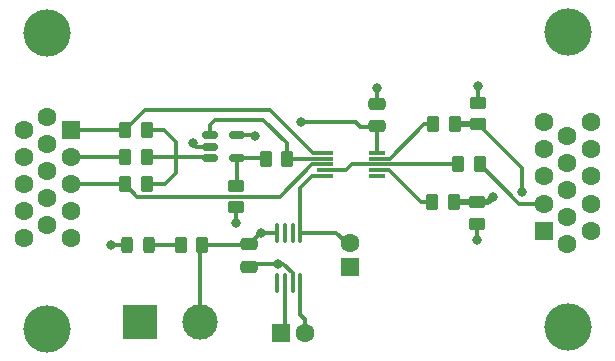
<source format=gbr>
%TF.GenerationSoftware,KiCad,Pcbnew,(6.0.4)*%
%TF.CreationDate,2022-10-01T01:36:45+02:00*%
%TF.ProjectId,RGB-YPbPr-Converter,5247422d-5950-4625-9072-2d436f6e7665,rev?*%
%TF.SameCoordinates,Original*%
%TF.FileFunction,Copper,L1,Top*%
%TF.FilePolarity,Positive*%
%FSLAX46Y46*%
G04 Gerber Fmt 4.6, Leading zero omitted, Abs format (unit mm)*
G04 Created by KiCad (PCBNEW (6.0.4)) date 2022-10-01 01:36:45*
%MOMM*%
%LPD*%
G01*
G04 APERTURE LIST*
G04 Aperture macros list*
%AMRoundRect*
0 Rectangle with rounded corners*
0 $1 Rounding radius*
0 $2 $3 $4 $5 $6 $7 $8 $9 X,Y pos of 4 corners*
0 Add a 4 corners polygon primitive as box body*
4,1,4,$2,$3,$4,$5,$6,$7,$8,$9,$2,$3,0*
0 Add four circle primitives for the rounded corners*
1,1,$1+$1,$2,$3*
1,1,$1+$1,$4,$5*
1,1,$1+$1,$6,$7*
1,1,$1+$1,$8,$9*
0 Add four rect primitives between the rounded corners*
20,1,$1+$1,$2,$3,$4,$5,0*
20,1,$1+$1,$4,$5,$6,$7,0*
20,1,$1+$1,$6,$7,$8,$9,0*
20,1,$1+$1,$8,$9,$2,$3,0*%
G04 Aperture macros list end*
%TA.AperFunction,ComponentPad*%
%ADD10R,3.000000X3.000000*%
%TD*%
%TA.AperFunction,ComponentPad*%
%ADD11C,3.000000*%
%TD*%
%TA.AperFunction,SMDPad,CuDef*%
%ADD12RoundRect,0.150000X-0.512500X-0.150000X0.512500X-0.150000X0.512500X0.150000X-0.512500X0.150000X0*%
%TD*%
%TA.AperFunction,SMDPad,CuDef*%
%ADD13RoundRect,0.250000X0.450000X-0.262500X0.450000X0.262500X-0.450000X0.262500X-0.450000X-0.262500X0*%
%TD*%
%TA.AperFunction,SMDPad,CuDef*%
%ADD14RoundRect,0.250000X-0.262500X-0.450000X0.262500X-0.450000X0.262500X0.450000X-0.262500X0.450000X0*%
%TD*%
%TA.AperFunction,ComponentPad*%
%ADD15C,4.000000*%
%TD*%
%TA.AperFunction,ComponentPad*%
%ADD16R,1.600000X1.600000*%
%TD*%
%TA.AperFunction,ComponentPad*%
%ADD17C,1.600000*%
%TD*%
%TA.AperFunction,SMDPad,CuDef*%
%ADD18R,1.400000X0.300000*%
%TD*%
%TA.AperFunction,SMDPad,CuDef*%
%ADD19RoundRect,0.100000X0.100000X-0.712500X0.100000X0.712500X-0.100000X0.712500X-0.100000X-0.712500X0*%
%TD*%
%TA.AperFunction,SMDPad,CuDef*%
%ADD20RoundRect,0.250000X0.262500X0.450000X-0.262500X0.450000X-0.262500X-0.450000X0.262500X-0.450000X0*%
%TD*%
%TA.AperFunction,SMDPad,CuDef*%
%ADD21RoundRect,0.250000X-0.450000X0.262500X-0.450000X-0.262500X0.450000X-0.262500X0.450000X0.262500X0*%
%TD*%
%TA.AperFunction,SMDPad,CuDef*%
%ADD22RoundRect,0.250000X0.475000X-0.250000X0.475000X0.250000X-0.475000X0.250000X-0.475000X-0.250000X0*%
%TD*%
%TA.AperFunction,SMDPad,CuDef*%
%ADD23RoundRect,0.243750X0.243750X0.456250X-0.243750X0.456250X-0.243750X-0.456250X0.243750X-0.456250X0*%
%TD*%
%TA.AperFunction,SMDPad,CuDef*%
%ADD24RoundRect,0.250000X-0.475000X0.250000X-0.475000X-0.250000X0.475000X-0.250000X0.475000X0.250000X0*%
%TD*%
%TA.AperFunction,ViaPad*%
%ADD25C,0.800000*%
%TD*%
%TA.AperFunction,Conductor*%
%ADD26C,0.300000*%
%TD*%
%TA.AperFunction,Conductor*%
%ADD27C,0.500000*%
%TD*%
G04 APERTURE END LIST*
D10*
%TO.P,J3,1,Pin_1*%
%TO.N,GND*%
X74660000Y-83000000D03*
D11*
%TO.P,J3,2,Pin_2*%
%TO.N,+5V*%
X79740000Y-83000000D03*
%TD*%
D12*
%TO.P,U1,5,V+*%
%TO.N,+5V*%
X82837500Y-67250000D03*
%TO.P,U1,4,-*%
%TO.N,Net-(R13-Pad1)*%
X82837500Y-69150000D03*
%TO.P,U1,3,+*%
%TO.N,Net-(R10-Pad2)*%
X80562500Y-69150000D03*
%TO.P,U1,2,V-*%
%TO.N,GND*%
X80562500Y-68200000D03*
%TO.P,U1,1*%
%TO.N,Net-(U2-Pad2)*%
X80562500Y-67250000D03*
%TD*%
D13*
%TO.P,R14,1*%
%TO.N,GND*%
X82800000Y-73312500D03*
%TO.P,R14,2*%
%TO.N,Net-(R13-Pad1)*%
X82800000Y-71487500D03*
%TD*%
D14*
%TO.P,R13,1*%
%TO.N,Net-(R13-Pad1)*%
X85287500Y-69200000D03*
%TO.P,R13,2*%
%TO.N,Net-(U2-Pad2)*%
X87112500Y-69200000D03*
%TD*%
D15*
%TO.P,J2,0*%
%TO.N,GND*%
X110899669Y-83485000D03*
X110899669Y-58485000D03*
D16*
%TO.P,J2,1*%
%TO.N,/Pr*%
X108849669Y-75300000D03*
D17*
%TO.P,J2,2*%
%TO.N,/Y*%
X108849669Y-73010000D03*
%TO.P,J2,3*%
%TO.N,/Pb*%
X108849669Y-70720000D03*
%TO.P,J2,4*%
%TO.N,unconnected-(J2-Pad4)*%
X108849669Y-68430000D03*
%TO.P,J2,5*%
%TO.N,GND*%
X108849669Y-66140000D03*
%TO.P,J2,6*%
X110829669Y-76445000D03*
%TO.P,J2,7*%
X110829669Y-74155000D03*
%TO.P,J2,8*%
X110829669Y-71865000D03*
%TO.P,J2,9*%
X110829669Y-69575000D03*
%TO.P,J2,10*%
X110829669Y-67285000D03*
%TO.P,J2,11*%
%TO.N,unconnected-(J2-Pad11)*%
X112809669Y-75300000D03*
%TO.P,J2,12*%
%TO.N,unconnected-(J2-Pad12)*%
X112809669Y-73010000D03*
%TO.P,J2,13*%
%TO.N,unconnected-(J2-Pad13)*%
X112809669Y-70720000D03*
%TO.P,J2,14*%
%TO.N,unconnected-(J2-Pad14)*%
X112809669Y-68430000D03*
%TO.P,J2,15*%
%TO.N,unconnected-(J2-Pad15)*%
X112809669Y-66140000D03*
%TD*%
D15*
%TO.P,J1,0*%
%TO.N,GND*%
X66750000Y-58615000D03*
X66750000Y-83615000D03*
D16*
%TO.P,J1,1*%
%TO.N,/R*%
X68800000Y-66800000D03*
D17*
%TO.P,J1,2*%
%TO.N,/G*%
X68800000Y-69090000D03*
%TO.P,J1,3*%
%TO.N,/B*%
X68800000Y-71380000D03*
%TO.P,J1,4*%
%TO.N,unconnected-(J1-Pad4)*%
X68800000Y-73670000D03*
%TO.P,J1,5*%
%TO.N,GND*%
X68800000Y-75960000D03*
%TO.P,J1,6*%
X66820000Y-65655000D03*
%TO.P,J1,7*%
X66820000Y-67945000D03*
%TO.P,J1,8*%
X66820000Y-70235000D03*
%TO.P,J1,9*%
X66820000Y-72525000D03*
%TO.P,J1,10*%
X66820000Y-74815000D03*
%TO.P,J1,11*%
%TO.N,unconnected-(J1-Pad11)*%
X64840000Y-66800000D03*
%TO.P,J1,12*%
%TO.N,unconnected-(J1-Pad12)*%
X64840000Y-69090000D03*
%TO.P,J1,13*%
%TO.N,unconnected-(J1-Pad13)*%
X64840000Y-71380000D03*
%TO.P,J1,14*%
%TO.N,unconnected-(J1-Pad14)*%
X64840000Y-73670000D03*
%TO.P,J1,15*%
%TO.N,unconnected-(J1-Pad15)*%
X64840000Y-75960000D03*
%TD*%
D18*
%TO.P,U2,1,IN1*%
%TO.N,/R*%
X90300000Y-68700000D03*
%TO.P,U2,2,IN2*%
%TO.N,Net-(U2-Pad2)*%
X90300000Y-69200000D03*
%TO.P,U2,3,IN3*%
%TO.N,/B*%
X90300000Y-69700000D03*
%TO.P,U2,4,GND*%
%TO.N,/Y_FB*%
X90300000Y-70200000D03*
%TO.P,U2,5,VEE*%
%TO.N,-5V*%
X90300000Y-70700000D03*
%TO.P,U2,6*%
%TO.N,N/C*%
X94700000Y-70700000D03*
%TO.P,U2,7,OUT3*%
%TO.N,Net-(R11-Pad1)*%
X94700000Y-70200000D03*
%TO.P,U2,8,OUT2*%
%TO.N,/Y_FB*%
X94700000Y-69700000D03*
%TO.P,U2,9,OUT1*%
%TO.N,Net-(R2-Pad1)*%
X94700000Y-69200000D03*
%TO.P,U2,10,VCC*%
%TO.N,+5V*%
X94700000Y-68700000D03*
%TD*%
D14*
%TO.P,R5,1*%
%TO.N,/G*%
X73387500Y-69100000D03*
%TO.P,R5,2*%
%TO.N,Net-(R10-Pad2)*%
X75212500Y-69100000D03*
%TD*%
%TO.P,R4,1*%
%TO.N,/R*%
X73387500Y-66800000D03*
%TO.P,R4,2*%
%TO.N,Net-(R10-Pad2)*%
X75212500Y-66800000D03*
%TD*%
%TO.P,R11,1*%
%TO.N,Net-(R11-Pad1)*%
X99387500Y-72900000D03*
%TO.P,R11,2*%
%TO.N,/Pb*%
X101212500Y-72900000D03*
%TD*%
%TO.P,R6,1*%
%TO.N,/Y_FB*%
X101587500Y-69700000D03*
%TO.P,R6,2*%
%TO.N,/Y*%
X103412500Y-69700000D03*
%TD*%
D19*
%TO.P,U3,1,NC*%
%TO.N,unconnected-(U3-Pad1)*%
X86280112Y-79712500D03*
%TO.P,U3,2,CAP+*%
%TO.N,Net-(C5-Pad1)*%
X86930112Y-79712500D03*
%TO.P,U3,3,GND*%
%TO.N,GND*%
X87580112Y-79712500D03*
%TO.P,U3,4,CAP-*%
%TO.N,Net-(C5-Pad2)*%
X88230112Y-79712500D03*
%TO.P,U3,5,VOUT*%
%TO.N,-5V*%
X88230112Y-75487500D03*
%TO.P,U3,6,LV*%
%TO.N,unconnected-(U3-Pad6)*%
X87580112Y-75487500D03*
%TO.P,U3,7,OSC*%
%TO.N,unconnected-(U3-Pad7)*%
X86930112Y-75487500D03*
%TO.P,U3,8,V+*%
%TO.N,+5V*%
X86280112Y-75487500D03*
%TD*%
D20*
%TO.P,R1,1*%
%TO.N,+5V*%
X79912500Y-76500000D03*
%TO.P,R1,2*%
%TO.N,Net-(D1-Pad1)*%
X78087500Y-76500000D03*
%TD*%
D21*
%TO.P,R12,1*%
%TO.N,/Pb*%
X103200000Y-72887500D03*
%TO.P,R12,2*%
%TO.N,GND*%
X103200000Y-74712500D03*
%TD*%
D16*
%TO.P,C5,1*%
%TO.N,Net-(C5-Pad1)*%
X86600000Y-84000000D03*
D17*
%TO.P,C5,2*%
%TO.N,Net-(C5-Pad2)*%
X88600000Y-84000000D03*
%TD*%
D13*
%TO.P,R3,1*%
%TO.N,/Pr*%
X103300000Y-66312500D03*
%TO.P,R3,2*%
%TO.N,GND*%
X103300000Y-64487500D03*
%TD*%
D22*
%TO.P,C2,1*%
%TO.N,+5V*%
X94700000Y-66450000D03*
%TO.P,C2,2*%
%TO.N,GND*%
X94700000Y-64550000D03*
%TD*%
D14*
%TO.P,R10,1*%
%TO.N,/B*%
X73387500Y-71400000D03*
%TO.P,R10,2*%
%TO.N,Net-(R10-Pad2)*%
X75212500Y-71400000D03*
%TD*%
D23*
%TO.P,D1,1,K*%
%TO.N,Net-(D1-Pad1)*%
X75437500Y-76500000D03*
%TO.P,D1,2,A*%
%TO.N,GND*%
X73562500Y-76500000D03*
%TD*%
D14*
%TO.P,R2,1*%
%TO.N,Net-(R2-Pad1)*%
X99487500Y-66300000D03*
%TO.P,R2,2*%
%TO.N,/Pr*%
X101312500Y-66300000D03*
%TD*%
D24*
%TO.P,C4,1*%
%TO.N,+5V*%
X83900000Y-76450000D03*
%TO.P,C4,2*%
%TO.N,GND*%
X83900000Y-78350000D03*
%TD*%
D16*
%TO.P,C3,1*%
%TO.N,GND*%
X92400000Y-78355113D03*
D17*
%TO.P,C3,2*%
%TO.N,-5V*%
X92400000Y-76355113D03*
%TD*%
D25*
%TO.N,+5V*%
X88300000Y-66100000D03*
X84862500Y-75487500D03*
X84400000Y-67300000D03*
%TO.N,GND*%
X82800000Y-74700000D03*
X72200000Y-76500000D03*
X86300000Y-78100000D03*
X103200000Y-76100000D03*
X103300000Y-63100000D03*
X94700000Y-63200000D03*
X79100000Y-67900000D03*
%TO.N,/Pb*%
X104500000Y-72500000D03*
%TO.N,/Pr*%
X107000000Y-72000000D03*
%TD*%
D26*
%TO.N,+5V*%
X93300000Y-66500000D02*
X94650000Y-66500000D01*
X92900000Y-66100000D02*
X93300000Y-66500000D01*
X88300000Y-66100000D02*
X92900000Y-66100000D01*
X94650000Y-66500000D02*
X94700000Y-66450000D01*
X84350000Y-67250000D02*
X84400000Y-67300000D01*
X82837500Y-67250000D02*
X84350000Y-67250000D01*
%TO.N,GND*%
X82800000Y-73312500D02*
X82800000Y-74700000D01*
X73562500Y-76500000D02*
X72200000Y-76500000D01*
X84150000Y-78100000D02*
X83900000Y-78350000D01*
X86300000Y-78100000D02*
X84150000Y-78100000D01*
X87580112Y-78914283D02*
X87580112Y-79712500D01*
X86765829Y-78100000D02*
X87580112Y-78914283D01*
X86300000Y-78100000D02*
X86765829Y-78100000D01*
X103200000Y-74712500D02*
X103200000Y-76100000D01*
X103300000Y-64487500D02*
X103300000Y-63100000D01*
X94700000Y-64550000D02*
X94700000Y-63200000D01*
%TO.N,/Y_FB*%
X92100000Y-70200000D02*
X92600000Y-69700000D01*
X92600000Y-69700000D02*
X94700000Y-69700000D01*
X90300000Y-70200000D02*
X92100000Y-70200000D01*
%TO.N,GND*%
X79400000Y-68200000D02*
X79100000Y-67900000D01*
X80562500Y-68200000D02*
X79400000Y-68200000D01*
%TO.N,Net-(D1-Pad1)*%
X78087500Y-76500000D02*
X75437500Y-76500000D01*
%TO.N,+5V*%
X84862500Y-75487500D02*
X83900000Y-76450000D01*
X86280112Y-75487500D02*
X84862500Y-75487500D01*
X83850000Y-76500000D02*
X83900000Y-76450000D01*
X79912500Y-76500000D02*
X83850000Y-76500000D01*
X79740000Y-76672500D02*
X79912500Y-76500000D01*
X79740000Y-83000000D02*
X79740000Y-76672500D01*
%TO.N,-5V*%
X92155113Y-76355113D02*
X92400000Y-76355113D01*
X91287500Y-75487500D02*
X92155113Y-76355113D01*
X88230112Y-75487500D02*
X91287500Y-75487500D01*
X88230112Y-71669888D02*
X88230112Y-75487500D01*
X89200000Y-70700000D02*
X88230112Y-71669888D01*
X90300000Y-70700000D02*
X89200000Y-70700000D01*
%TO.N,Net-(C5-Pad2)*%
X88600000Y-82800000D02*
X88600000Y-84000000D01*
X88230112Y-82430112D02*
X88600000Y-82800000D01*
X88230112Y-79712500D02*
X88230112Y-82430112D01*
%TO.N,Net-(C5-Pad1)*%
X86930112Y-83669888D02*
X86600000Y-84000000D01*
X86930112Y-79712500D02*
X86930112Y-83669888D01*
%TO.N,/R*%
X75087500Y-65100000D02*
X73387500Y-66800000D01*
X89300000Y-68700000D02*
X85700000Y-65100000D01*
X85700000Y-65100000D02*
X75087500Y-65100000D01*
X90300000Y-68700000D02*
X89300000Y-68700000D01*
%TO.N,Net-(U2-Pad2)*%
X85100000Y-65900000D02*
X87112500Y-67912500D01*
X81000000Y-65900000D02*
X85100000Y-65900000D01*
X87112500Y-67912500D02*
X87112500Y-69200000D01*
X80562500Y-66337500D02*
X81000000Y-65900000D01*
X80562500Y-67250000D02*
X80562500Y-66337500D01*
D27*
%TO.N,/Pb*%
X104112500Y-72887500D02*
X104500000Y-72500000D01*
X103200000Y-72887500D02*
X104112500Y-72887500D01*
D26*
%TO.N,/Pr*%
X107000000Y-70012500D02*
X107000000Y-72000000D01*
X103300000Y-66312500D02*
X107000000Y-70012500D01*
%TO.N,/Y*%
X106722500Y-73010000D02*
X108849669Y-73010000D01*
X103412500Y-69700000D02*
X106722500Y-73010000D01*
D27*
%TO.N,/Pb*%
X101225000Y-72887500D02*
X101212500Y-72900000D01*
X103200000Y-72887500D02*
X101225000Y-72887500D01*
%TO.N,/Pr*%
X101325000Y-66312500D02*
X101312500Y-66300000D01*
X103300000Y-66312500D02*
X101325000Y-66312500D01*
D26*
%TO.N,Net-(R11-Pad1)*%
X95749022Y-70200000D02*
X98449022Y-72900000D01*
X94700000Y-70200000D02*
X95749022Y-70200000D01*
X98449022Y-72900000D02*
X99387500Y-72900000D01*
%TO.N,Net-(R2-Pad1)*%
X98700000Y-66300000D02*
X99487500Y-66300000D01*
X95800000Y-69200000D02*
X98700000Y-66300000D01*
X94700000Y-69200000D02*
X95800000Y-69200000D01*
%TO.N,/Y_FB*%
X101587500Y-69700000D02*
X94700000Y-69700000D01*
%TO.N,+5V*%
X94700000Y-66450000D02*
X94700000Y-68600489D01*
%TO.N,/B*%
X86501458Y-72449520D02*
X74437020Y-72449520D01*
X74437020Y-72449520D02*
X73387500Y-71400000D01*
X89250978Y-69700000D02*
X86501458Y-72449520D01*
X90300000Y-69700000D02*
X89250978Y-69700000D01*
%TO.N,Net-(U2-Pad2)*%
X90300000Y-69200000D02*
X87112500Y-69200000D01*
D27*
%TO.N,Net-(R13-Pad1)*%
X85237500Y-69150000D02*
X85287500Y-69200000D01*
D26*
X82837500Y-69150000D02*
X85237500Y-69150000D01*
X82837500Y-71450000D02*
X82800000Y-71487500D01*
X82837500Y-69150000D02*
X82837500Y-71450000D01*
D27*
%TO.N,Net-(R10-Pad2)*%
X80512500Y-69100000D02*
X80562500Y-69150000D01*
D26*
X77700000Y-69100000D02*
X80512500Y-69100000D01*
X77700000Y-70443750D02*
X76743750Y-71400000D01*
X77700000Y-69100000D02*
X77700000Y-70443750D01*
X75256250Y-71400000D02*
X76743750Y-71400000D01*
X76700000Y-66800000D02*
X77700000Y-67800000D01*
X75212500Y-69100000D02*
X77700000Y-69100000D01*
X77700000Y-67800000D02*
X77700000Y-69100000D01*
X75212500Y-66800000D02*
X76700000Y-66800000D01*
%TO.N,/B*%
X73387500Y-71400000D02*
X68820000Y-71400000D01*
%TO.N,/G*%
X73387500Y-69100000D02*
X68810000Y-69100000D01*
%TO.N,/R*%
X73387500Y-66800000D02*
X68800000Y-66800000D01*
%TD*%
M02*

</source>
